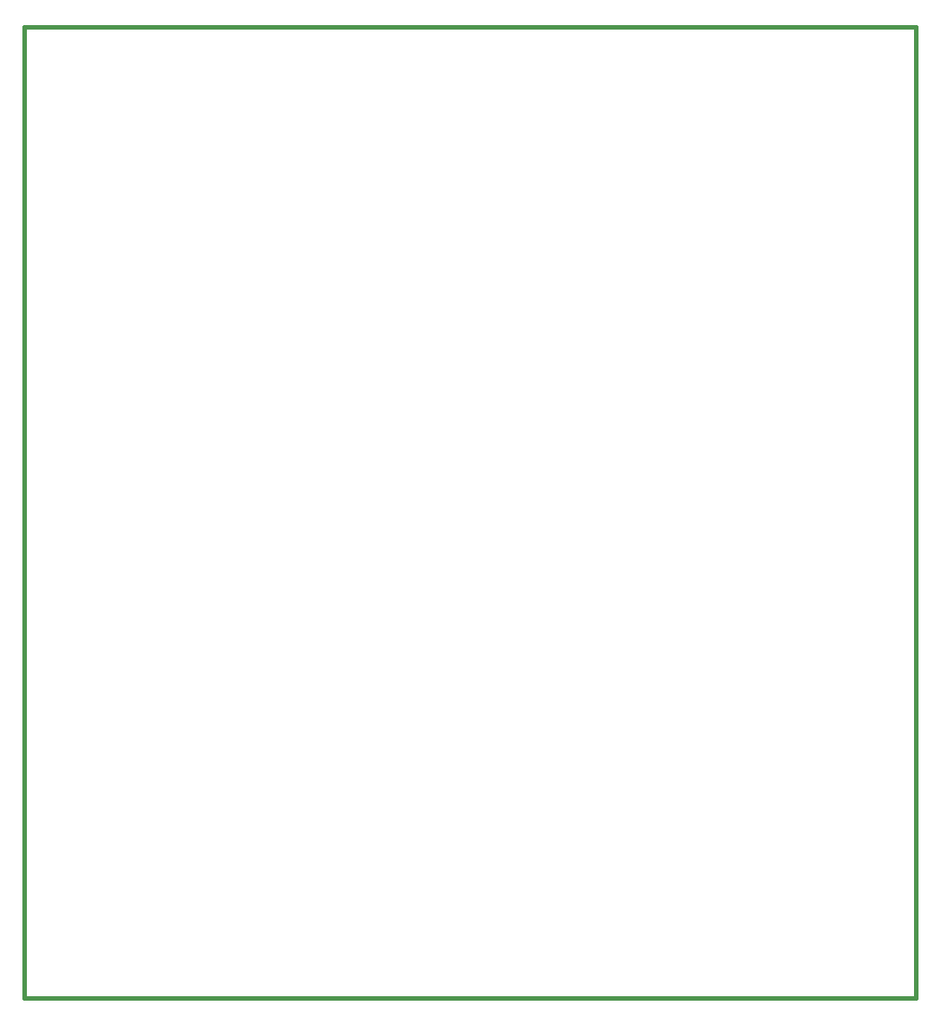
<source format=gm1>
G04 #@! TF.FileFunction,Profile,NP*
%FSLAX46Y46*%
G04 Gerber Fmt 4.6, Leading zero omitted, Abs format (unit mm)*
G04 Created by KiCad (PCBNEW 4.0.5+dfsg1-4) date Wed Nov 21 21:13:56 2018*
%MOMM*%
%LPD*%
G01*
G04 APERTURE LIST*
%ADD10C,0.150000*%
%ADD11C,0.381000*%
G04 APERTURE END LIST*
D10*
D11*
X185229500Y-57086500D02*
X185229500Y-148780500D01*
X101028500Y-57086500D02*
X185229500Y-57086500D01*
X101028500Y-148780500D02*
X101028500Y-57086500D01*
X185229500Y-148780500D02*
X101028500Y-148780500D01*
M02*

</source>
